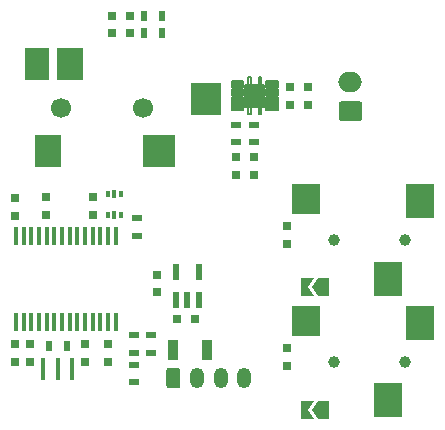
<source format=gts>
G04 #@! TF.GenerationSoftware,KiCad,Pcbnew,(5.1.8)-1*
G04 #@! TF.CreationDate,2021-04-18T13:12:28+09:00*
G04 #@! TF.ProjectId,USB-Audio-StereoMic&MonauralSpeaker,5553422d-4175-4646-996f-2d5374657265,rev?*
G04 #@! TF.SameCoordinates,Original*
G04 #@! TF.FileFunction,Soldermask,Top*
G04 #@! TF.FilePolarity,Negative*
%FSLAX46Y46*%
G04 Gerber Fmt 4.6, Leading zero omitted, Abs format (unit mm)*
G04 Created by KiCad (PCBNEW (5.1.8)-1) date 2021-04-18 13:12:28*
%MOMM*%
%LPD*%
G01*
G04 APERTURE LIST*
%ADD10C,0.152400*%
%ADD11R,0.900000X1.700000*%
%ADD12R,0.600000X1.350000*%
%ADD13R,0.375000X0.500000*%
%ADD14R,0.300000X0.650000*%
%ADD15O,2.000000X1.700000*%
%ADD16O,1.200000X1.750000*%
%ADD17C,1.000000*%
%ADD18R,2.400000X2.950000*%
%ADD19R,2.400000X2.650000*%
%ADD20C,1.700000*%
%ADD21R,2.600000X2.800000*%
%ADD22R,2.800000X2.800000*%
%ADD23R,2.200000X2.800000*%
%ADD24R,2.000000X2.800000*%
%ADD25R,0.431000X1.639799*%
%ADD26R,0.750000X0.800000*%
%ADD27R,0.800000X0.750000*%
%ADD28R,0.900000X0.500000*%
%ADD29R,0.500000X0.900000*%
%ADD30C,0.508000*%
%ADD31R,1.500000X1.750000*%
%ADD32R,0.850000X0.350000*%
%ADD33R,0.400000X1.900000*%
G04 APERTURE END LIST*
D10*
G04 #@! TO.C,U4*
X120530001Y-103380000D02*
X120530001Y-103869999D01*
X120530001Y-103869999D02*
X121519999Y-103869999D01*
X121519999Y-103869999D02*
X121519999Y-103380000D01*
X121519999Y-103380000D02*
X120530001Y-103380000D01*
X120530001Y-104030001D02*
X120530001Y-104520000D01*
X120530001Y-104520000D02*
X121519999Y-104520000D01*
X121519999Y-104520000D02*
X121519999Y-104030001D01*
X121519999Y-104030001D02*
X120530001Y-104030001D01*
X120530001Y-104680000D02*
X120530001Y-105169999D01*
X120530001Y-105169999D02*
X121519999Y-105169999D01*
X121519999Y-105169999D02*
X121519999Y-104680000D01*
X121519999Y-104680000D02*
X120530001Y-104680000D01*
X120530001Y-105330001D02*
X120530001Y-105820000D01*
X120530001Y-105820000D02*
X121519999Y-105820000D01*
X121519999Y-105820000D02*
X121519999Y-105330001D01*
X121519999Y-105330001D02*
X120530001Y-105330001D01*
X123480001Y-105330001D02*
X123480001Y-105820000D01*
X123480001Y-105820000D02*
X124469999Y-105820000D01*
X124469999Y-105820000D02*
X124469999Y-105330001D01*
X124469999Y-105330001D02*
X123480001Y-105330001D01*
X123480001Y-104680000D02*
X123480001Y-105169999D01*
X123480001Y-105169999D02*
X124469999Y-105169999D01*
X124469999Y-105169999D02*
X124469999Y-104680000D01*
X124469999Y-104680000D02*
X123480001Y-104680000D01*
X123480001Y-104030001D02*
X123480001Y-104520000D01*
X123480001Y-104520000D02*
X124469999Y-104520000D01*
X124469999Y-104520000D02*
X124469999Y-104030001D01*
X124469999Y-104030001D02*
X123480001Y-104030001D01*
X123480001Y-103380000D02*
X123480001Y-103869999D01*
X123480001Y-103869999D02*
X124469999Y-103869999D01*
X124469999Y-103869999D02*
X124469999Y-103380000D01*
X124469999Y-103380000D02*
X123480001Y-103380000D01*
X122500000Y-103725000D02*
X122500000Y-103725000D01*
X122500000Y-103725000D02*
X122500000Y-103725000D01*
X122500000Y-103725000D02*
X122500000Y-103725000D01*
X122500000Y-103725000D02*
X122500000Y-103725000D01*
X122500000Y-103725000D02*
X122500000Y-103725000D01*
X122500000Y-103725000D02*
X122500000Y-103725000D01*
X122500000Y-103725000D02*
X122500000Y-103725000D01*
X122500000Y-103725000D02*
X122500000Y-103725000D01*
X122500000Y-105475000D02*
X122500000Y-105475000D01*
X122500000Y-105475000D02*
X122500000Y-105475000D01*
X122500000Y-105475000D02*
X122500000Y-105475000D01*
X122500000Y-105475000D02*
X122500000Y-105475000D01*
X122500000Y-105475000D02*
X122500000Y-105475000D01*
X122500000Y-105475000D02*
X122500000Y-105475000D01*
X122500000Y-105475000D02*
X122500000Y-105475000D01*
X122500000Y-105475000D02*
X122500000Y-105475000D01*
X121953200Y-103725000D02*
X121953200Y-103025000D01*
X121953200Y-103025000D02*
X122183200Y-103025000D01*
X122183200Y-103025000D02*
X122183200Y-103725000D01*
X122183200Y-103725000D02*
X121953200Y-103725000D01*
X123046800Y-103725000D02*
X123046800Y-103025000D01*
X123046800Y-103025000D02*
X122816800Y-103025000D01*
X122816800Y-103025000D02*
X122816800Y-103725000D01*
X122816800Y-103725000D02*
X123046800Y-103725000D01*
X123046800Y-105475000D02*
X123046800Y-106175000D01*
X123046800Y-106175000D02*
X122816800Y-106175000D01*
X122816800Y-106175000D02*
X122816800Y-105475000D01*
X122816800Y-105475000D02*
X123046800Y-105475000D01*
X121953200Y-105475000D02*
X121953200Y-106175000D01*
X121953200Y-106175000D02*
X122183200Y-106175000D01*
X122183200Y-106175000D02*
X122183200Y-105475000D01*
X122183200Y-105475000D02*
X121953200Y-105475000D01*
X121686500Y-103661500D02*
X123313500Y-103661500D01*
X123313500Y-103661500D02*
X123313500Y-104006300D01*
X123313500Y-104006300D02*
X121686500Y-104006300D01*
X121686500Y-104006300D02*
X121686500Y-103661500D01*
X121686500Y-104406300D02*
X123313500Y-104406300D01*
X123313500Y-104406300D02*
X123313500Y-104793700D01*
X123313500Y-104793700D02*
X121686500Y-104793700D01*
X121686500Y-104793700D02*
X121686500Y-104406300D01*
X121686500Y-105193700D02*
X123313500Y-105193700D01*
X123313500Y-105193700D02*
X123313500Y-105538500D01*
X123313500Y-105538500D02*
X121686500Y-105538500D01*
X121686500Y-105538500D02*
X121686500Y-105193700D01*
X121686500Y-103661500D02*
X122300000Y-103661500D01*
X122300000Y-103661500D02*
X122300000Y-105538500D01*
X122300000Y-105538500D02*
X121686500Y-105538500D01*
X121686500Y-105538500D02*
X121686500Y-103661500D01*
X122700000Y-103661500D02*
X123313500Y-103661500D01*
X123313500Y-103661500D02*
X123313500Y-105538500D01*
X123313500Y-105538500D02*
X122700000Y-105538500D01*
X122700000Y-105538500D02*
X122700000Y-103661500D01*
G04 #@! TD*
D11*
G04 #@! TO.C,F1*
X118450000Y-126100000D03*
X115550000Y-126100000D03*
G04 #@! TD*
D12*
G04 #@! TO.C,U2*
X115850000Y-121885000D03*
X116800000Y-121885000D03*
X117750000Y-121885000D03*
X117750000Y-119515000D03*
X115850000Y-119515000D03*
G04 #@! TD*
D13*
G04 #@! TO.C,U1*
X111137500Y-112950000D03*
X110062500Y-112950000D03*
D14*
X110600000Y-114725000D03*
X110600000Y-112875000D03*
D13*
X110062500Y-114650000D03*
X111137500Y-114650000D03*
G04 #@! TD*
D15*
G04 #@! TO.C,J4*
X130600000Y-103400000D03*
G36*
G01*
X131350000Y-106750000D02*
X129850000Y-106750000D01*
G75*
G02*
X129600000Y-106500000I0J250000D01*
G01*
X129600000Y-105300000D01*
G75*
G02*
X129850000Y-105050000I250000J0D01*
G01*
X131350000Y-105050000D01*
G75*
G02*
X131600000Y-105300000I0J-250000D01*
G01*
X131600000Y-106500000D01*
G75*
G02*
X131350000Y-106750000I-250000J0D01*
G01*
G37*
G04 #@! TD*
D16*
G04 #@! TO.C,J1*
X121600000Y-128500000D03*
X119600000Y-128500000D03*
X117600000Y-128500000D03*
G36*
G01*
X115000000Y-129125001D02*
X115000000Y-127874999D01*
G75*
G02*
X115249999Y-127625000I249999J0D01*
G01*
X115950001Y-127625000D01*
G75*
G02*
X116200000Y-127874999I0J-249999D01*
G01*
X116200000Y-129125001D01*
G75*
G02*
X115950001Y-129375000I-249999J0D01*
G01*
X115249999Y-129375000D01*
G75*
G02*
X115000000Y-129125001I0J249999D01*
G01*
G37*
G04 #@! TD*
D17*
G04 #@! TO.C,J3*
X129200000Y-127100000D03*
X135200000Y-127100000D03*
D18*
X133800000Y-130375000D03*
D19*
X126800000Y-123675000D03*
D18*
X136500000Y-123825000D03*
G04 #@! TD*
D20*
G04 #@! TO.C,J5*
X113050000Y-105600000D03*
X106050000Y-105600000D03*
D21*
X118350000Y-104850000D03*
D22*
X114350000Y-109300000D03*
D23*
X104950000Y-109300000D03*
X106850000Y-101900000D03*
D24*
X104050000Y-101900000D03*
G04 #@! TD*
D17*
G04 #@! TO.C,J2*
X129200000Y-116800000D03*
X135200000Y-116800000D03*
D18*
X133800000Y-120075000D03*
D19*
X126800000Y-113375000D03*
D18*
X136500000Y-113525000D03*
G04 #@! TD*
D25*
G04 #@! TO.C,U3*
X110725000Y-123732200D03*
X110074999Y-123732200D03*
X109425000Y-123732200D03*
X108774999Y-123732200D03*
X108125001Y-123732200D03*
X107474999Y-123732200D03*
X106825001Y-123732200D03*
X106174999Y-123732200D03*
X105525001Y-123732200D03*
X104874999Y-123732200D03*
X104225001Y-123732200D03*
X103575000Y-123732200D03*
X102925001Y-123732200D03*
X102275000Y-123732200D03*
X102275002Y-116467800D03*
X102925001Y-116467800D03*
X103575002Y-116467800D03*
X104225001Y-116467800D03*
X104875002Y-116467800D03*
X105525001Y-116467800D03*
X106175002Y-116467800D03*
X106825001Y-116467800D03*
X107474999Y-116467800D03*
X108125001Y-116467800D03*
X108774999Y-116467800D03*
X109425000Y-116467800D03*
X110074999Y-116467800D03*
X110725000Y-116467800D03*
G04 #@! TD*
D26*
G04 #@! TO.C,C1*
X108800000Y-113150000D03*
X108800000Y-114650000D03*
G04 #@! TD*
G04 #@! TO.C,C2*
X104800000Y-114650000D03*
X104800000Y-113150000D03*
G04 #@! TD*
G04 #@! TO.C,C3*
X102200000Y-113250000D03*
X102200000Y-114750000D03*
G04 #@! TD*
D27*
G04 #@! TO.C,C4*
X115950000Y-123500000D03*
X117450000Y-123500000D03*
G04 #@! TD*
D26*
G04 #@! TO.C,C5*
X114200000Y-119750000D03*
X114200000Y-121250000D03*
G04 #@! TD*
G04 #@! TO.C,C6*
X108100000Y-125650000D03*
X108100000Y-127150000D03*
G04 #@! TD*
G04 #@! TO.C,C7*
X103500000Y-127150000D03*
X103500000Y-125650000D03*
G04 #@! TD*
G04 #@! TO.C,C8*
X102200000Y-125650000D03*
X102200000Y-127150000D03*
G04 #@! TD*
G04 #@! TO.C,C9*
X110100000Y-127150000D03*
X110100000Y-125650000D03*
G04 #@! TD*
D27*
G04 #@! TO.C,C10*
X111900000Y-99300000D03*
X110400000Y-99300000D03*
G04 #@! TD*
G04 #@! TO.C,C11*
X111900000Y-97800000D03*
X110400000Y-97800000D03*
G04 #@! TD*
D26*
G04 #@! TO.C,C12*
X122400000Y-111300000D03*
X122400000Y-109800000D03*
G04 #@! TD*
G04 #@! TO.C,C13*
X120900000Y-109800000D03*
X120900000Y-111300000D03*
G04 #@! TD*
G04 #@! TO.C,C14*
X125500000Y-103850000D03*
X125500000Y-105350000D03*
G04 #@! TD*
G04 #@! TO.C,C15*
X127000000Y-105350000D03*
X127000000Y-103850000D03*
G04 #@! TD*
G04 #@! TO.C,C16*
X125200000Y-115650000D03*
X125200000Y-117150000D03*
G04 #@! TD*
G04 #@! TO.C,C17*
X125200000Y-127450000D03*
X125200000Y-125950000D03*
G04 #@! TD*
D10*
G04 #@! TO.C,JP1*
G36*
X127325000Y-120800000D02*
G01*
X127825000Y-120050000D01*
X128825000Y-120050000D01*
X128825000Y-121550000D01*
X127825000Y-121550000D01*
X127325000Y-120800000D01*
G37*
G36*
X126375000Y-120050000D02*
G01*
X127525000Y-120050000D01*
X127025000Y-120800000D01*
X127525000Y-121550000D01*
X126375000Y-121550000D01*
X126375000Y-120050000D01*
G37*
G04 #@! TD*
G04 #@! TO.C,JP2*
G36*
X126375000Y-130450000D02*
G01*
X127525000Y-130450000D01*
X127025000Y-131200000D01*
X127525000Y-131950000D01*
X126375000Y-131950000D01*
X126375000Y-130450000D01*
G37*
G36*
X127325000Y-131200000D02*
G01*
X127825000Y-130450000D01*
X128825000Y-130450000D01*
X128825000Y-131950000D01*
X127825000Y-131950000D01*
X127325000Y-131200000D01*
G37*
G04 #@! TD*
D28*
G04 #@! TO.C,R1*
X112300000Y-127350000D03*
X112300000Y-128850000D03*
G04 #@! TD*
G04 #@! TO.C,R2*
X113700000Y-126350000D03*
X113700000Y-124850000D03*
G04 #@! TD*
G04 #@! TO.C,R3*
X112500000Y-116450000D03*
X112500000Y-114950000D03*
G04 #@! TD*
G04 #@! TO.C,R4*
X112300000Y-126350000D03*
X112300000Y-124850000D03*
G04 #@! TD*
D29*
G04 #@! TO.C,R5*
X106600000Y-125800000D03*
X105100000Y-125800000D03*
G04 #@! TD*
G04 #@! TO.C,R6*
X113150000Y-99300000D03*
X114650000Y-99300000D03*
G04 #@! TD*
G04 #@! TO.C,R7*
X114650000Y-97800000D03*
X113150000Y-97800000D03*
G04 #@! TD*
D28*
G04 #@! TO.C,R8*
X120900000Y-108550000D03*
X120900000Y-107050000D03*
G04 #@! TD*
G04 #@! TO.C,R9*
X122400000Y-108550000D03*
X122400000Y-107050000D03*
G04 #@! TD*
D30*
G04 #@! TO.C,U4*
X122500000Y-104206300D03*
X122500000Y-104993700D03*
D31*
X122500000Y-104600000D03*
D32*
X123975001Y-103625001D03*
X123975001Y-104274999D03*
X123975001Y-104925001D03*
X123975001Y-105574999D03*
X121024999Y-105574999D03*
X121024999Y-104925001D03*
X121024999Y-104274999D03*
X121024999Y-103625001D03*
G04 #@! TD*
D33*
G04 #@! TO.C,Y1*
X107000000Y-127700000D03*
X105800000Y-127700000D03*
X104600000Y-127700000D03*
G04 #@! TD*
M02*

</source>
